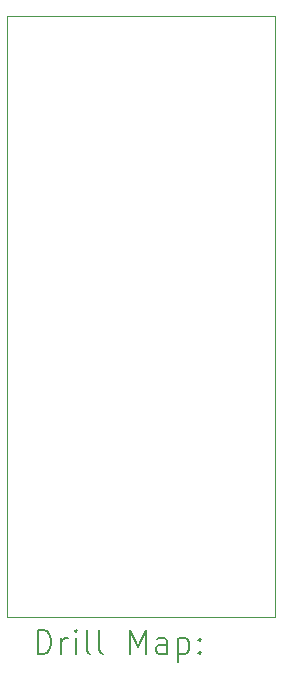
<source format=gbr>
%TF.GenerationSoftware,KiCad,Pcbnew,8.0.7*%
%TF.CreationDate,2025-03-12T15:38:39-05:00*%
%TF.ProjectId,YM3802-F-to-X,594d3338-3032-42d4-962d-746f2d582e6b,rev?*%
%TF.SameCoordinates,Original*%
%TF.FileFunction,Drillmap*%
%TF.FilePolarity,Positive*%
%FSLAX45Y45*%
G04 Gerber Fmt 4.5, Leading zero omitted, Abs format (unit mm)*
G04 Created by KiCad (PCBNEW 8.0.7) date 2025-03-12 15:38:39*
%MOMM*%
%LPD*%
G01*
G04 APERTURE LIST*
%ADD10C,0.050000*%
%ADD11C,0.200000*%
G04 APERTURE END LIST*
D10*
X13021000Y-9008500D02*
X15290000Y-9008500D01*
X15290000Y-14091500D01*
X13021000Y-14091500D01*
X13021000Y-9008500D01*
D11*
X13279277Y-14405484D02*
X13279277Y-14205484D01*
X13279277Y-14205484D02*
X13326896Y-14205484D01*
X13326896Y-14205484D02*
X13355467Y-14215008D01*
X13355467Y-14215008D02*
X13374515Y-14234055D01*
X13374515Y-14234055D02*
X13384039Y-14253103D01*
X13384039Y-14253103D02*
X13393562Y-14291198D01*
X13393562Y-14291198D02*
X13393562Y-14319769D01*
X13393562Y-14319769D02*
X13384039Y-14357865D01*
X13384039Y-14357865D02*
X13374515Y-14376912D01*
X13374515Y-14376912D02*
X13355467Y-14395960D01*
X13355467Y-14395960D02*
X13326896Y-14405484D01*
X13326896Y-14405484D02*
X13279277Y-14405484D01*
X13479277Y-14405484D02*
X13479277Y-14272150D01*
X13479277Y-14310246D02*
X13488801Y-14291198D01*
X13488801Y-14291198D02*
X13498324Y-14281674D01*
X13498324Y-14281674D02*
X13517372Y-14272150D01*
X13517372Y-14272150D02*
X13536420Y-14272150D01*
X13603086Y-14405484D02*
X13603086Y-14272150D01*
X13603086Y-14205484D02*
X13593562Y-14215008D01*
X13593562Y-14215008D02*
X13603086Y-14224531D01*
X13603086Y-14224531D02*
X13612610Y-14215008D01*
X13612610Y-14215008D02*
X13603086Y-14205484D01*
X13603086Y-14205484D02*
X13603086Y-14224531D01*
X13726896Y-14405484D02*
X13707848Y-14395960D01*
X13707848Y-14395960D02*
X13698324Y-14376912D01*
X13698324Y-14376912D02*
X13698324Y-14205484D01*
X13831658Y-14405484D02*
X13812610Y-14395960D01*
X13812610Y-14395960D02*
X13803086Y-14376912D01*
X13803086Y-14376912D02*
X13803086Y-14205484D01*
X14060229Y-14405484D02*
X14060229Y-14205484D01*
X14060229Y-14205484D02*
X14126896Y-14348341D01*
X14126896Y-14348341D02*
X14193562Y-14205484D01*
X14193562Y-14205484D02*
X14193562Y-14405484D01*
X14374515Y-14405484D02*
X14374515Y-14300722D01*
X14374515Y-14300722D02*
X14364991Y-14281674D01*
X14364991Y-14281674D02*
X14345943Y-14272150D01*
X14345943Y-14272150D02*
X14307848Y-14272150D01*
X14307848Y-14272150D02*
X14288801Y-14281674D01*
X14374515Y-14395960D02*
X14355467Y-14405484D01*
X14355467Y-14405484D02*
X14307848Y-14405484D01*
X14307848Y-14405484D02*
X14288801Y-14395960D01*
X14288801Y-14395960D02*
X14279277Y-14376912D01*
X14279277Y-14376912D02*
X14279277Y-14357865D01*
X14279277Y-14357865D02*
X14288801Y-14338817D01*
X14288801Y-14338817D02*
X14307848Y-14329293D01*
X14307848Y-14329293D02*
X14355467Y-14329293D01*
X14355467Y-14329293D02*
X14374515Y-14319769D01*
X14469753Y-14272150D02*
X14469753Y-14472150D01*
X14469753Y-14281674D02*
X14488801Y-14272150D01*
X14488801Y-14272150D02*
X14526896Y-14272150D01*
X14526896Y-14272150D02*
X14545943Y-14281674D01*
X14545943Y-14281674D02*
X14555467Y-14291198D01*
X14555467Y-14291198D02*
X14564991Y-14310246D01*
X14564991Y-14310246D02*
X14564991Y-14367388D01*
X14564991Y-14367388D02*
X14555467Y-14386436D01*
X14555467Y-14386436D02*
X14545943Y-14395960D01*
X14545943Y-14395960D02*
X14526896Y-14405484D01*
X14526896Y-14405484D02*
X14488801Y-14405484D01*
X14488801Y-14405484D02*
X14469753Y-14395960D01*
X14650705Y-14386436D02*
X14660229Y-14395960D01*
X14660229Y-14395960D02*
X14650705Y-14405484D01*
X14650705Y-14405484D02*
X14641182Y-14395960D01*
X14641182Y-14395960D02*
X14650705Y-14386436D01*
X14650705Y-14386436D02*
X14650705Y-14405484D01*
X14650705Y-14281674D02*
X14660229Y-14291198D01*
X14660229Y-14291198D02*
X14650705Y-14300722D01*
X14650705Y-14300722D02*
X14641182Y-14291198D01*
X14641182Y-14291198D02*
X14650705Y-14281674D01*
X14650705Y-14281674D02*
X14650705Y-14300722D01*
M02*

</source>
